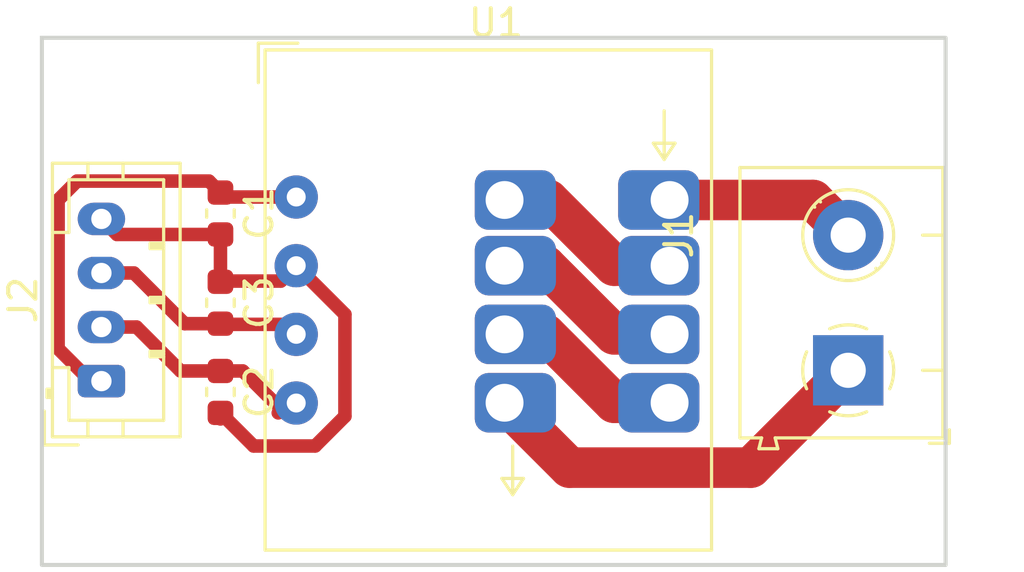
<source format=kicad_pcb>
(kicad_pcb (version 20220225) (generator pcbnew)
  (title_block (comment 4 "AISLER Project ID: DZKVNAOQ"))
  (layers (0 "F.Cu" signal) (31 "B.Cu" signal) (34 "B.Paste" user) (35 "F.Paste" user) (36 "B.SilkS" user "B.Silkscreen") (37 "F.SilkS" user "F.Silkscreen") (38 "B.Mask" user) (39 "F.Mask" user) (44 "Edge.Cuts" user))
  (net 0 "")
  (net 1 "Net-(J2-GND)")
  (net 2 "Net-(J2-+)")
  (net 3 "Net-(J2-Ref)")
  (net 4 "Net-(J2-Out)")
  (net 5 "Net-(U1-Pad8)")
  (net 6 "Net-(J1-Pin_2)")
  (net 7 "Net-(U1-Pad2)")
  (net 8 "Net-(U1-Pad4)")
  (net 9 "Net-(U1-Pad6)")
  (footprint "localstuff:Conn_P5.0mm_2_Lumberg" (layer "F.Cu") (at 89.1 52 90)
    (fp_text reference "J1" (at 5 -6.26 90) (layer "F.SilkS"))
    (fp_text value "Power")
    (fp_line (start -2.9 -3.3) (end -2.5 -3.2) (stroke (width 0.12)) (layer "F.SilkS"))
    (fp_line (start -2.9 -2.6) (end -2.9 -3.3) (stroke (width 0.12)) (layer "F.SilkS"))
    (fp_line (start -2.7 3) (end -2.7 3.74) (stroke (width 0.12)) (layer "F.SilkS"))
    (fp_line (start -2.7 3.74) (end -2.2 3.74) (stroke (width 0.12)) (layer "F.SilkS"))
    (fp_line (start -2.5 -4) (end 7.5 -4) (stroke (width 0.12)) (layer "F.SilkS"))
    (fp_line (start -2.5 -3.2) (end -2.5 -4) (stroke (width 0.12)) (layer "F.SilkS"))
    (fp_line (start -2.5 -2.7) (end -2.9 -2.6) (stroke (width 0.12)) (layer "F.SilkS"))
    (fp_line (start -2.5 -2.7) (end -2.5 3.5) (stroke (width 0.12)) (layer "F.SilkS"))
    (fp_line (start -2.5 3.5) (end 7.5 3.5) (stroke (width 0.12)) (layer "F.SilkS"))
    (fp_line (start 0 3.5) (end 0 2.75) (stroke (width 0.12)) (layer "F.SilkS"))
    (fp_line (start 3.773 1.023) (end 3.726 1.069) (stroke (width 0.12)) (layer "F.SilkS"))
    (fp_line (start 3.966 1.239) (end 3.931 1.274) (stroke (width 0.12)) (layer "F.SilkS"))
    (fp_line (start 5 3.5) (end 5 2.75) (stroke (width 0.12)) (layer "F.SilkS"))
    (fp_line (start 6.07 -1.275) (end 6.035 -1.239) (stroke (width 0.12)) (layer "F.SilkS"))
    (fp_line (start 6.275 -1.069) (end 6.228 -1.023) (stroke (width 0.12)) (layer "F.SilkS"))
    (fp_line (start 7.5 -4) (end 7.5 3.5) (stroke (width 0.12)) (layer "F.SilkS"))
    (fp_arc (start -1.535427 0.683042) (mid -1.680501 -0.000524) (end -1.535 -0.684) (stroke (width 0.12)) (layer "F.SilkS"))
    (fp_arc (start -0.683042 -1.535427) (mid 0.000524 -1.680501) (end 0.684 -1.535) (stroke (width 0.12)) (layer "F.SilkS"))
    (fp_arc (start 0.028805 1.680253) (mid -0.335551 1.646659) (end -0.684 1.535) (stroke (width 0.12)) (layer "F.SilkS"))
    (fp_arc (start 0.683318 1.534756) (mid 0.349292 1.643288) (end 0 1.68) (stroke (width 0.12)) (layer "F.SilkS"))
    (fp_arc (start 1.535427 -0.683042) (mid 1.680501 0.000524) (end 1.535 0.684) (stroke (width 0.12)) (layer "F.SilkS"))
    (fp_circle (center 5 0) (end 6.68 0) (stroke (width 0.12)) (fill none) (layer "F.SilkS"))
    (pad "1" thru_hole rect (at 0 0 90) (size 2.6 2.6) (drill 1.3) (layers *.Cu *.Mask) (net 5 "Net-(U1-Pad8)"))
    (pad "2" thru_hole circle (at 5 0 90) (size 2.6 2.6) (drill 1.3) (layers *.Cu *.Mask) (net 6 "Net-(J1-Pin_2)"))
  )
  (footprint "Capacitor_SMD:C_0603_1608Metric" (layer "F.Cu") (at 65.9 52.8 -90)
    (fp_text reference "C2" (at 0 -1.43 90) (layer "F.SilkS"))
    (fp_text value "C_47n_0603")
    (fp_line (start -0.14058 -0.51) (end 0.14058 -0.51) (stroke (width 0.12)) (layer "F.SilkS"))
    (fp_line (start -0.14058 0.51) (end 0.14058 0.51) (stroke (width 0.12)) (layer "F.SilkS"))
    (pad "1" smd roundrect (at -0.775 0 270) (size 0.9 0.95) (layers "F.Cu" "F.Paste" "F.Mask") (net 3 "Net-(J2-Ref)"))
    (pad "2" smd roundrect (at 0.775 0 270) (size 0.9 0.95) (layers "F.Cu" "F.Paste" "F.Mask") (net 1 "Net-(J2-GND)"))
  )
  (footprint "MountingHole:MountingHole_2.2mm_M2" (layer "F.Cu") (at 90.5 41.9)
    (fp_text reference "REF**" hide)
    (fp_text value "MountingHole_2.2mm_M2" hide)
    (pad "" np_thru_hole circle (at 0 0) (size 2.2 2.2) (drill 2.2) (layers F&B.Cu *.Mask))
  )
  (footprint "localstuff:LEM_HXS_50-NP" (layer "F.Cu") (at 75.8 49.4)
    (fp_text reference "U1" (at 0.28 -10.25) (layer "F.SilkS"))
    (fp_text value "HXS50-NP")
    (fp_line (start -8.5 -8.04) (end -8.5 -9.5) (stroke (width 0.12)) (layer "F.SilkS"))
    (fp_line (start -8.25 -9.25) (end -8.25 9.25) (stroke (width 0.12)) (layer "F.SilkS"))
    (fp_line (start -8.25 9.25) (end 8.25 9.25) (stroke (width 0.12)) (layer "F.SilkS"))
    (fp_line (start -7.04 -9.5) (end -8.5 -9.5) (stroke (width 0.12)) (layer "F.SilkS"))
    (fp_line (start 0.5 6.6) (end 1.3 6.6) (stroke (width 0.12)) (layer "F.SilkS"))
    (fp_line (start 0.9 7.2) (end 0.5 6.6) (stroke (width 0.12)) (layer "F.SilkS"))
    (fp_line (start 0.9 7.2) (end 0.9 5.4) (stroke (width 0.12)) (layer "F.SilkS"))
    (fp_line (start 1.3 6.6) (end 0.9 7.2) (stroke (width 0.12)) (layer "F.SilkS"))
    (fp_line (start 6.1 -5.8) (end 6.9 -5.8) (stroke (width 0.12)) (layer "F.SilkS"))
    (fp_line (start 6.5 -5.2) (end 6.1 -5.8) (stroke (width 0.12)) (layer "F.SilkS"))
    (fp_line (start 6.5 -5.2) (end 6.5 -7) (stroke (width 0.12)) (layer "F.SilkS"))
    (fp_line (start 6.9 -5.8) (end 6.5 -5.2) (stroke (width 0.12)) (layer "F.SilkS"))
    (fp_line (start 8.25 -9.25) (end -8.25 -9.25) (stroke (width 0.12)) (layer "F.SilkS"))
    (fp_line (start 8.25 9.25) (end 8.25 -9.25) (stroke (width 0.12)) (layer "F.SilkS"))
    (pad "1" thru_hole roundrect (at 6.7 -3.7) (size 3 2.2) (drill 1.4 (offset -0.4 0)) (layers *.Cu *.Mask) (roundrect_rratio 0.2272727273) (net 6 "Net-(J1-Pin_2)"))
    (pad "2" thru_hole roundrect (at 0.6 -3.7) (size 3 2.2) (drill 1.4 (offset 0.4 0)) (layers *.Cu *.Mask) (roundrect_rratio 0.2272727273) (net 7 "Net-(U1-Pad2)"))
    (pad "3" thru_hole roundrect (at 6.7 -1.27) (size 3 2.2) (drill 1.4 (offset -0.4 0)) (layers *.Cu *.Mask) (roundrect_rratio 0.2272727273) (net 7 "Net-(U1-Pad2)"))
    (pad "4" thru_hole roundrect (at 0.6 -1.27) (size 3 2.2) (drill 1.4 (offset 0.4 0)) (layers *.Cu *.Mask) (roundrect_rratio 0.2272727273) (net 8 "Net-(U1-Pad4)"))
    (pad "5" thru_hole roundrect (at 6.7 1.27) (size 3 2.2) (drill 1.4 (offset -0.4 0)) (layers *.Cu *.Mask) (roundrect_rratio 0.2272727273) (net 8 "Net-(U1-Pad4)"))
    (pad "6" thru_hole roundrect (at 0.6 1.27) (size 3 2.2) (drill 1.4 (offset 0.4 0)) (layers *.Cu *.Mask) (roundrect_rratio 0.2272727273) (net 9 "Net-(U1-Pad6)"))
    (pad "7" thru_hole roundrect (at 6.7 3.8) (size 3 2.2) (drill 1.4 (offset -0.4 0)) (layers *.Cu *.Mask) (roundrect_rratio 0.2272727273) (net 9 "Net-(U1-Pad6)"))
    (pad "8" thru_hole roundrect (at 0.6 3.8) (size 3 2.2) (drill 1.4 (offset 0.4 0)) (layers *.Cu *.Mask) (roundrect_rratio 0.2272727273) (net 5 "Net-(U1-Pad8)"))
    (pad "9" thru_hole circle (at -7.1 3.81) (size 1.6 1.6) (drill 0.7) (layers *.Cu *.Mask) (net 3 "Net-(J2-Ref)"))
    (pad "10" thru_hole circle (at -7.1 1.27) (size 1.6 1.6) (drill 0.7) (layers *.Cu *.Mask) (net 4 "Net-(J2-Out)"))
    (pad "11" thru_hole circle (at -7.1 -1.27 90) (size 1.6 1.6) (drill 0.7) (layers *.Cu *.Mask) (net 1 "Net-(J2-GND)"))
    (pad "12" thru_hole circle (at -7.1 -3.81) (size 1.6 1.6) (drill 0.7) (layers *.Cu *.Mask) (net 2 "Net-(J2-+)"))
  )
  (footprint "MountingHole:MountingHole_2.2mm_M2" (layer "F.Cu") (at 61.5 57)
    (fp_text reference "REF**" hide)
    (fp_text value "MountingHole_2.2mm_M2" hide)
    (pad "" np_thru_hole circle (at 0 0) (size 2.2 2.2) (drill 2.2) (layers F&B.Cu *.Mask))
  )
  (footprint "MountingHole:MountingHole_2.2mm_M2" (layer "F.Cu") (at 90.5 57)
    (fp_text reference "REF**" hide)
    (fp_text value "MountingHole_2.2mm_M2" hide)
    (pad "" np_thru_hole circle (at 0 0) (size 2.2 2.2) (drill 2.2) (layers F&B.Cu *.Mask))
  )
  (footprint "Capacitor_SMD:C_0603_1608Metric" (layer "F.Cu") (at 65.9 46.2 -90)
    (fp_text reference "C1" (at 0 -1.43 90) (layer "F.SilkS"))
    (fp_text value "C_47n_0603")
    (fp_line (start -0.14058 -0.51) (end 0.14058 -0.51) (stroke (width 0.12)) (layer "F.SilkS"))
    (fp_line (start -0.14058 0.51) (end 0.14058 0.51) (stroke (width 0.12)) (layer "F.SilkS"))
    (pad "1" smd roundrect (at -0.775 0 270) (size 0.9 0.95) (layers "F.Cu" "F.Paste" "F.Mask") (net 2 "Net-(J2-+)"))
    (pad "2" smd roundrect (at 0.775 0 270) (size 0.9 0.95) (layers "F.Cu" "F.Paste" "F.Mask") (net 1 "Net-(J2-GND)"))
  )
  (footprint "Capacitor_SMD:C_0603_1608Metric" (layer "F.Cu") (at 65.9 49.5 -90)
    (fp_text reference "C3" (at 0 -1.43 90) (layer "F.SilkS"))
    (fp_text value "C_4n7_0603")
    (fp_line (start -0.14058 -0.51) (end 0.14058 -0.51) (stroke (width 0.12)) (layer "F.SilkS"))
    (fp_line (start -0.14058 0.51) (end 0.14058 0.51) (stroke (width 0.12)) (layer "F.SilkS"))
    (pad "1" smd roundrect (at -0.775 0 270) (size 0.9 0.95) (layers "F.Cu" "F.Paste" "F.Mask") (net 1 "Net-(J2-GND)"))
    (pad "2" smd roundrect (at 0.775 0 270) (size 0.9 0.95) (layers "F.Cu" "F.Paste" "F.Mask") (net 4 "Net-(J2-Out)"))
  )
  (footprint "MountingHole:MountingHole_2.2mm_M2" (layer "F.Cu") (at 61.5 41.9)
    (fp_text reference "REF**" hide)
    (fp_text value "MountingHole_2.2mm_M2" hide)
    (pad "" np_thru_hole circle (at 0 0) (size 2.2 2.2) (drill 2.2) (layers F&B.Cu *.Mask))
  )
  (footprint "Connector_JST:JST_PH_B4B-PH-K_1x04_P2.00mm_Vertical" (layer "F.Cu") (at 61.5 52.4 90)
    (fp_text reference "J2" (at 3 -2.9 90) (layer "F.SilkS"))
    (fp_text value "Conn_LEM_5")
    (fp_line (start -2.36 -2.11) (end -2.36 -0.86) (stroke (width 0.12)) (layer "F.SilkS"))
    (fp_line (start -2.06 -1.81) (end -2.06 2.91) (stroke (width 0.12)) (layer "F.SilkS"))
    (fp_line (start -2.06 -0.5) (end -1.45 -0.5) (stroke (width 0.12)) (layer "F.SilkS"))
    (fp_line (start -2.06 0.8) (end -1.45 0.8) (stroke (width 0.12)) (layer "F.SilkS"))
    (fp_line (start -2.06 2.91) (end 8.06 2.91) (stroke (width 0.12)) (layer "F.SilkS"))
    (fp_line (start -1.45 -1.2) (end -1.45 2.3) (stroke (width 0.12)) (layer "F.SilkS"))
    (fp_line (start -1.45 2.3) (end 7.45 2.3) (stroke (width 0.12)) (layer "F.SilkS"))
    (fp_line (start -1.11 -2.11) (end -2.36 -2.11) (stroke (width 0.12)) (layer "F.SilkS"))
    (fp_line (start -0.6 -2.01) (end -0.6 -1.81) (stroke (width 0.12)) (layer "F.SilkS"))
    (fp_line (start -0.3 -2.01) (end -0.6 -2.01) (stroke (width 0.12)) (layer "F.SilkS"))
    (fp_line (start -0.3 -1.91) (end -0.6 -1.91) (stroke (width 0.12)) (layer "F.SilkS"))
    (fp_line (start -0.3 -1.81) (end -0.3 -2.01) (stroke (width 0.12)) (layer "F.SilkS"))
    (fp_line (start 0.5 -1.81) (end 0.5 -1.2) (stroke (width 0.12)) (layer "F.SilkS"))
    (fp_line (start 0.5 -1.2) (end -1.45 -1.2) (stroke (width 0.12)) (layer "F.SilkS"))
    (fp_line (start 0.9 1.8) (end 1.1 1.8) (stroke (width 0.12)) (layer "F.SilkS"))
    (fp_line (start 0.9 2.3) (end 0.9 1.8) (stroke (width 0.12)) (layer "F.SilkS"))
    (fp_line (start 1 2.3) (end 1 1.8) (stroke (width 0.12)) (layer "F.SilkS"))
    (fp_line (start 1.1 1.8) (end 1.1 2.3) (stroke (width 0.12)) (layer "F.SilkS"))
    (fp_line (start 2.9 1.8) (end 3.1 1.8) (stroke (width 0.12)) (layer "F.SilkS"))
    (fp_line (start 2.9 2.3) (end 2.9 1.8) (stroke (width 0.12)) (layer "F.SilkS"))
    (fp_line (start 3 2.3) (end 3 1.8) (stroke (width 0.12)) (layer "F.SilkS"))
    (fp_line (start 3.1 1.8) (end 3.1 2.3) (stroke (width 0.12)) (layer "F.SilkS"))
    (fp_line (start 4.9 1.8) (end 5.1 1.8) (stroke (width 0.12)) (layer "F.SilkS"))
    (fp_line (start 4.9 2.3) (end 4.9 1.8) (stroke (width 0.12)) (layer "F.SilkS"))
    (fp_line (start 5 2.3) (end 5 1.8) (stroke (width 0.12)) (layer "F.SilkS"))
    (fp_line (start 5.1 1.8) (end 5.1 2.3) (stroke (width 0.12)) (layer "F.SilkS"))
    (fp_line (start 5.5 -1.2) (end 5.5 -1.81) (stroke (width 0.12)) (layer "F.SilkS"))
    (fp_line (start 7.45 -1.2) (end 5.5 -1.2) (stroke (width 0.12)) (layer "F.SilkS"))
    (fp_line (start 7.45 2.3) (end 7.45 -1.2) (stroke (width 0.12)) (layer "F.SilkS"))
    (fp_line (start 8.06 -1.81) (end -2.06 -1.81) (stroke (width 0.12)) (layer "F.SilkS"))
    (fp_line (start 8.06 -0.5) (end 7.45 -0.5) (stroke (width 0.12)) (layer "F.SilkS"))
    (fp_line (start 8.06 0.8) (end 7.45 0.8) (stroke (width 0.12)) (layer "F.SilkS"))
    (fp_line (start 8.06 2.91) (end 8.06 -1.81) (stroke (width 0.12)) (layer "F.SilkS"))
    (pad "1" thru_hole roundrect (at 0 0 90) (size 1.2 1.75) (drill 0.75) (layers *.Cu *.Mask) (roundrect_rratio 0.2083333333) (net 2 "Net-(J2-+)"))
    (pad "2" thru_hole oval (at 2 0 90) (size 1.2 1.75) (drill 0.75) (layers *.Cu *.Mask) (net 3 "Net-(J2-Ref)"))
    (pad "3" thru_hole oval (at 4 0 90) (size 1.2 1.75) (drill 0.75) (layers *.Cu *.Mask) (net 4 "Net-(J2-Out)"))
    (pad "4" thru_hole oval (at 6 0 90) (size 1.2 1.75) (drill 0.75) (layers *.Cu *.Mask) (net 1 "Net-(J2-GND)"))
  )
  (gr_rect (start 59.3 39.7) (end 92.7 59.2) (stroke (width 0.15)) (fill none) (layer "Edge.Cuts"))
  (segment (start 68.13 48.7) (end 65.925 48.7) (width 0.5) (layer "F.Cu") (net 1))
  (segment (start 62.075 46.975) (end 65.9 46.975) (width 0.5) (layer "F.Cu") (net 1))
  (segment (start 70.5 53.7) (end 69.4 54.8) (width 0.5) (layer "F.Cu") (net 1))
  (segment (start 65.925 48.7) (end 65.9 48.725) (width 0.5) (layer "F.Cu") (net 1))
  (segment (start 61.5 46.4) (end 62.075 46.975) (width 0.5) (layer "F.Cu") (net 1))
  (segment (start 67.125 54.8) (end 65.9 53.575) (width 0.5) (layer "F.Cu") (net 1))
  (segment (start 69.4 54.8) (end 67.125 54.8) (width 0.5) (layer "F.Cu") (net 1))
  (segment (start 70.5 49.93) (end 70.5 53.7) (width 0.5) (layer "F.Cu") (net 1))
  (segment (start 68.7 48.13) (end 70.5 49.93) (width 0.5) (layer "F.Cu") (net 1))
  (segment (start 65.9 46.975) (end 65.9 48.725) (width 0.5) (layer "F.Cu") (net 1))
  (segment (start 68.7 48.13) (end 68.13 48.7) (width 0.5) (layer "F.Cu") (net 1))
  (segment (start 65.9 53.575) (end 65.9 53.8) (width 0.5) (layer "F.Cu") (net 1))
  (segment (start 61.5 52.4) (end 61.1 52.4) (width 0.5) (layer "F.Cu") (net 2))
  (segment (start 60.6 45) (end 65.475 45) (width 0.5) (layer "F.Cu") (net 2))
  (segment (start 61.1 52.4) (end 59.9 51.2) (width 0.5) (layer "F.Cu") (net 2))
  (segment (start 65.475 45) (end 65.9 45.425) (width 0.5) (layer "F.Cu") (net 2))
  (segment (start 66.065 45.59) (end 65.9 45.425) (width 0.5) (layer "F.Cu") (net 2))
  (segment (start 59.9 51.2) (end 59.9 45.7) (width 0.5) (layer "F.Cu") (net 2))
  (segment (start 59.9 45.7) (end 60.6 45) (width 0.5) (layer "F.Cu") (net 2))
  (segment (start 68.7 45.59) (end 66.065 45.59) (width 0.5) (layer "F.Cu") (net 2))
  (segment (start 68.4 53.21) (end 68.7 53.21) (width 0.5) (layer "F.Cu") (net 3))
  (segment (start 68.035 53.575) (end 68.4 53.21) (width 0.5) (layer "F.Cu") (net 3))
  (segment (start 62.8 50.4) (end 64.425 52.025) (width 0.5) (layer "F.Cu") (net 3))
  (segment (start 67.91 53.21) (end 66.725 52.025) (width 0.5) (layer "F.Cu") (net 3))
  (segment (start 68.7 53.21) (end 67.91 53.21) (width 0.5) (layer "F.Cu") (net 3))
  (segment (start 66.725 52.025) (end 65.9 52.025) (width 0.5) (layer "F.Cu") (net 3))
  (segment (start 61.5 50.4) (end 62.8 50.4) (width 0.5) (layer "F.Cu") (net 3))
  (segment (start 64.425 52.025) (end 65.9 52.025) (width 0.5) (layer "F.Cu") (net 3))
  (segment (start 68.7 50.67) (end 68.33 50.3) (width 0.5) (layer "F.Cu") (net 4))
  (segment (start 61.5 48.4) (end 62.7 48.4) (width 0.5) (layer "F.Cu") (net 4))
  (segment (start 68.7 50.67) (end 68.57 50.8) (width 0.5) (layer "F.Cu") (net 4))
  (segment (start 64.575 50.275) (end 65.9 50.275) (width 0.5) (layer "F.Cu") (net 4))
  (segment (start 65.925 50.3) (end 65.9 50.275) (width 0.5) (layer "F.Cu") (net 4))
  (segment (start 68.57 50.8) (end 68.3 50.8) (width 0.5) (layer "F.Cu") (net 4))
  (segment (start 62.7 48.4) (end 64.575 50.275) (width 0.5) (layer "F.Cu") (net 4))
  (segment (start 68.33 50.3) (end 65.925 50.3) (width 0.5) (layer "F.Cu") (net 4))
  (segment (start 76.4 53.2) (end 78.8 55.6) (width 1.5) (layer "F.Cu") (net 5))
  (segment (start 78.8 55.6) (end 85.5 55.6) (width 1.5) (layer "F.Cu") (net 5))
  (segment (start 85.5 55.6) (end 89.1 52) (width 1.5) (layer "F.Cu") (net 5))
  (segment (start 87.8 45.7) (end 89.1 47) (width 1.5) (layer "F.Cu") (net 6))
  (segment (start 82.5 45.7) (end 87.8 45.7) (width 1.5) (layer "F.Cu") (net 6))
  (segment (start 76.4 45.7) (end 78.01993 45.7) (width 1.5) (layer "F.Cu") (net 7))
  (segment (start 78.01993 45.7) (end 80.44993 48.13) (width 1.5) (layer "F.Cu") (net 7))
  (segment (start 80.44993 48.13) (end 82.5 48.13) (width 1.5) (layer "F.Cu") (net 7))
  (segment (start 76.4 48.13) (end 77.90993 48.13) (width 1.5) (layer "F.Cu") (net 8))
  (segment (start 80.44993 50.67) (end 82.5 50.67) (width 1.5) (layer "F.Cu") (net 8))
  (segment (start 77.90993 48.13) (end 80.44993 50.67) (width 1.5) (layer "F.Cu") (net 8))
  (segment (start 77.91993 50.67) (end 80.44993 53.2) (width 1.5) (layer "F.Cu") (net 9))
  (segment (start 80.44993 53.2) (end 82.5 53.2) (width 1.5) (layer "F.Cu") (net 9))
  (segment (start 76.4 50.67) (end 77.91993 50.67) (width 1.5) (layer "F.Cu") (net 9))
)
</source>
